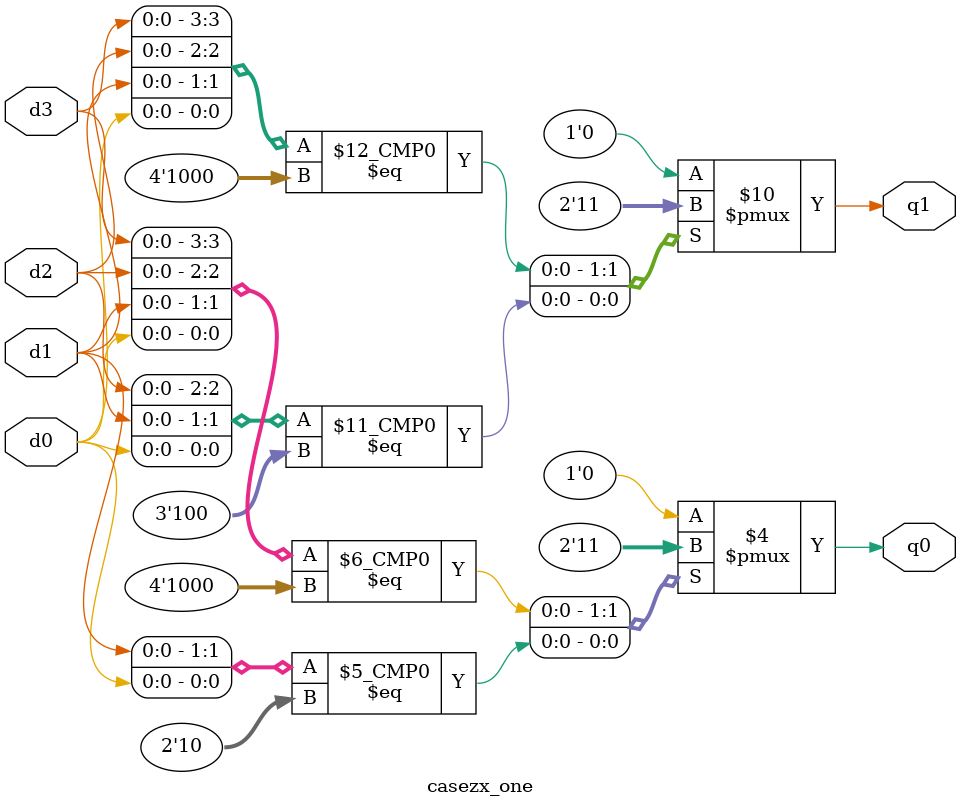
<source format=v>
module casezx_one (d3, d2, d1, d0, q1, q0);
  input d3, d2, d1, d0;
  output q1, q0;
  reg q1, q0;

always @ ( d3 or d2 or d1 or d0 ) begin
  casez ({ d3, d2, d1, d0 })
    4'b1000: begin q1 = 1; q0 = 1; end
    4'b?100: begin q1 = 1; q0 = 0; end
    4'b??10: begin q1 = 0; q0 = 1; end
    4'b???1: begin q1 = 0; q0 = 0; end
    default: begin q1 = 0; q0 = 0; end
  endcase
end

endmodule // casezx_one

</source>
